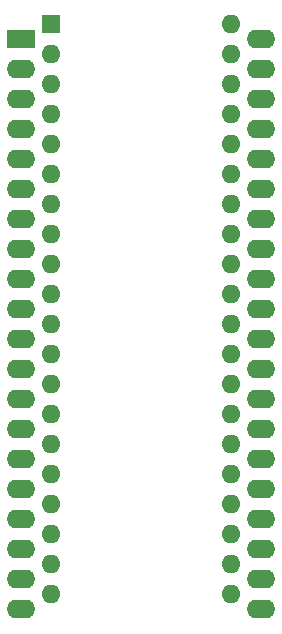
<source format=gts>
G04 #@! TF.GenerationSoftware,KiCad,Pcbnew,(6.0.9)*
G04 #@! TF.CreationDate,2025-04-02T09:35:12+02:00*
G04 #@! TF.ProjectId,Sombrero_MSX_Goa'uld,536f6d62-7265-4726-9f5f-4d53585f476f,rev?*
G04 #@! TF.SameCoordinates,Original*
G04 #@! TF.FileFunction,Soldermask,Top*
G04 #@! TF.FilePolarity,Negative*
%FSLAX46Y46*%
G04 Gerber Fmt 4.6, Leading zero omitted, Abs format (unit mm)*
G04 Created by KiCad (PCBNEW (6.0.9)) date 2025-04-02 09:35:12*
%MOMM*%
%LPD*%
G01*
G04 APERTURE LIST*
%ADD10R,2.400000X1.600000*%
%ADD11O,2.400000X1.600000*%
%ADD12R,1.600000X1.600000*%
%ADD13O,1.600000X1.600000*%
G04 APERTURE END LIST*
D10*
X137160000Y-77470000D03*
D11*
X137160000Y-80010000D03*
X137160000Y-82550000D03*
X137160000Y-85090000D03*
X137160000Y-87630000D03*
X137160000Y-90170000D03*
X137160000Y-92710000D03*
X137160000Y-95250000D03*
X137160000Y-97790000D03*
X137160000Y-100330000D03*
X137160000Y-102870000D03*
X137160000Y-105410000D03*
X137160000Y-107950000D03*
X137160000Y-110490000D03*
X137160000Y-113030000D03*
X137160000Y-115570000D03*
X137160000Y-118110000D03*
X137160000Y-120650000D03*
X137160000Y-123190000D03*
X137160000Y-125730000D03*
X157480000Y-125730000D03*
X157480000Y-123190000D03*
X157480000Y-120650000D03*
X157480000Y-118110000D03*
X157480000Y-115570000D03*
X157480000Y-113030000D03*
X157480000Y-110490000D03*
X157480000Y-107950000D03*
X157480000Y-105410000D03*
X157480000Y-102870000D03*
X157480000Y-100330000D03*
X157480000Y-97790000D03*
X157480000Y-95250000D03*
X157480000Y-92710000D03*
X157480000Y-90170000D03*
X157480000Y-87630000D03*
X157480000Y-85090000D03*
X157480000Y-82550000D03*
X157480000Y-80010000D03*
X157480000Y-77470000D03*
D12*
X139710000Y-76200000D03*
D13*
X139710000Y-78740000D03*
X139710000Y-81280000D03*
X139710000Y-83820000D03*
X139710000Y-86360000D03*
X139710000Y-88900000D03*
X139710000Y-91440000D03*
X139710000Y-93980000D03*
X139710000Y-96520000D03*
X139710000Y-99060000D03*
X139710000Y-101600000D03*
X139710000Y-104140000D03*
X139710000Y-106680000D03*
X139710000Y-109220000D03*
X139710000Y-111760000D03*
X139710000Y-114300000D03*
X139710000Y-116840000D03*
X139710000Y-119380000D03*
X139710000Y-121920000D03*
X139710000Y-124460000D03*
X154950000Y-124460000D03*
X154950000Y-121920000D03*
X154950000Y-119380000D03*
X154950000Y-116840000D03*
X154950000Y-114300000D03*
X154950000Y-111760000D03*
X154950000Y-109220000D03*
X154950000Y-106680000D03*
X154950000Y-104140000D03*
X154950000Y-101600000D03*
X154950000Y-99060000D03*
X154950000Y-96520000D03*
X154950000Y-93980000D03*
X154950000Y-91440000D03*
X154950000Y-88900000D03*
X154950000Y-86360000D03*
X154950000Y-83820000D03*
X154950000Y-81280000D03*
X154950000Y-78740000D03*
X154950000Y-76200000D03*
M02*

</source>
